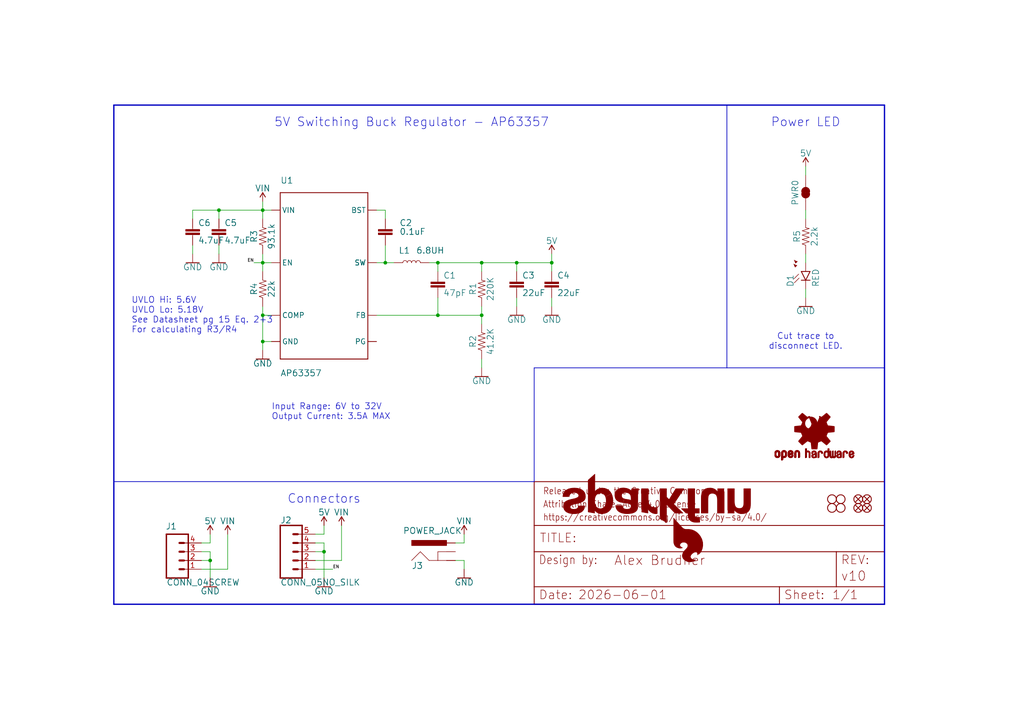
<source format=kicad_sch>
(kicad_sch (version 20250114) (generator "eeschema") (generator_version "9.0")
  (paper "A4")
  (lib_symbols
    (symbol "SparkFun_Buck_Regulator_AP63357DV-7_Buck5V-eagle-import:0.1UF-0402T-16V-10%"
      (property "Reference" "C" (at 1.524 2.921 0))
      (symbol "0.1UF-0402T-16V-10%_1_0"
        (pin passive line (at 0 5.08 270) (length 2.54) (name "1") (number "1"))
        (pin passive line (at 0 -2.54 90) (length 2.54) (name "2") (number "2"))
      )
    )
    (symbol "SparkFun_Buck_Regulator_AP63357DV-7_Buck5V-eagle-import:2.2KOHM-0402T-1/16W-1%"
      (property "Reference" "R" (at 0 1.524 0))
      (symbol "2.2KOHM-0402T-1/16W-1%_1_0"
        (pin passive line (at -5.08 0 0) (length 2.54) (name "1") (number "1"))
        (pin passive line (at 5.08 0 180) (length 2.54) (name "2") (number "2"))
      )
    )
    (symbol "SparkFun_Buck_Regulator_AP63357DV-7_Buck5V-eagle-import:220KOHM-0402T-1/16W-1%"
      (property "Reference" "R" (at 0 1.524 0))
      (symbol "220KOHM-0402T-1/16W-1%_1_0"
        (pin passive line (at -5.08 0 0) (length 2.54) (name "1") (number "1"))
        (pin passive line (at 5.08 0 180) (length 2.54) (name "2") (number "2"))
      )
    )
    (symbol "SparkFun_Buck_Regulator_AP63357DV-7_Buck5V-eagle-import:22KOHM-0402_TIGHT-1/10W-1%"
      (property "Reference" "R" (at 0 1.524 0))
      (symbol "22KOHM-0402_TIGHT-1/10W-1%_1_0"
        (pin passive line (at -5.08 0 0) (length 2.54) (name "1") (number "1"))
        (pin passive line (at 5.08 0 180) (length 2.54) (name "2") (number "2"))
      )
    )
    (symbol "SparkFun_Buck_Regulator_AP63357DV-7_Buck5V-eagle-import:22UF-0805-16V-20%"
      (property "Reference" "C" (at 1.524 2.921 0))
      (symbol "22UF-0805-16V-20%_1_0"
        (pin passive line (at 0 5.08 270) (length 2.54) (name "1") (number "1"))
        (pin passive line (at 0 -2.54 90) (length 2.54) (name "2") (number "2"))
      )
    )
    (symbol "SparkFun_Buck_Regulator_AP63357DV-7_Buck5V-eagle-import:4.7UF-0805-50V-(10%)"
      (property "Reference" "C" (at 1.524 2.921 0))
      (symbol "4.7UF-0805-50V-(10%)_1_0"
        (pin passive line (at 0 5.08 270) (length 2.54) (name "1") (number "1"))
        (pin passive line (at 0 -2.54 90) (length 2.54) (name "2") (number "2"))
      )
    )
    (symbol "SparkFun_Buck_Regulator_AP63357DV-7_Buck5V-eagle-import:41.2KOHM-0402-1/16W-1%(41.2KOHM)"
      (property "Reference" "R" (at 0 1.524 0))
      (symbol "41.2KOHM-0402-1/16W-1%(41.2KOHM)_1_0"
        (pin passive line (at -5.08 0 0) (length 2.54) (name "1") (number "1"))
        (pin passive line (at 5.08 0 180) (length 2.54) (name "2") (number "2"))
      )
    )
    (symbol "SparkFun_Buck_Regulator_AP63357DV-7_Buck5V-eagle-import:47PF-0402_TIGHT-25V-5%-X7R"
      (property "Reference" "C" (at 1.524 2.921 0))
      (symbol "47PF-0402_TIGHT-25V-5%-X7R_1_0"
        (pin passive line (at 0 5.08 270) (length 2.54) (name "1") (number "1"))
        (pin passive line (at 0 -2.54 90) (length 2.54) (name "2") (number "2"))
      )
    )
    (symbol "SparkFun_Buck_Regulator_AP63357DV-7_Buck5V-eagle-import:5V" (power)
      (symbol "5V_1_0"
        (pin power_in line (at 0 0 90) (length 2.54) (name "5V") (number "1"))
      )
    )
    (symbol "SparkFun_Buck_Regulator_AP63357DV-7_Buck5V-eagle-import:6.8UH"
      (property "Reference" "L" (at 1.27 2.54 0))
      (symbol "6.8UH_1_0"
        (pin passive line (at 0 5.08 270) (length 2.54) (name "1") (number "P$1"))
        (pin passive line (at 0 -5.08 90) (length 2.54) (name "2") (number "P$2"))
      )
    )
    (symbol "SparkFun_Buck_Regulator_AP63357DV-7_Buck5V-eagle-import:93.1KOHM-0402-1/16W-1%(93.1KOHM)"
      (property "Reference" "R" (at 0 1.524 0))
      (symbol "93.1KOHM-0402-1/16W-1%(93.1KOHM)_1_0"
        (pin passive line (at -5.08 0 0) (length 2.54) (name "1") (number "1"))
        (pin passive line (at 5.08 0 180) (length 2.54) (name "2") (number "2"))
      )
    )
    (symbol "SparkFun_Buck_Regulator_AP63357DV-7_Buck5V-eagle-import:AP63357"
      (property "Reference" "U" (at -12.7 25.4 0))
      (symbol "AP63357_1_0"
        (pin power_in line (at -15.24 17.78 0) (length 2.54) (name "VIN") (number "P$1"))
        (pin bidirectional line (at -15.24 2.54 0) (length 2.54) (name "EN") (number "P$2"))
        (pin bidirectional line (at -15.24 -12.7 0) (length 2.54) (name "COMP") (number "P$4"))
        (pin power_in line (at -15.24 -20.32 0) (length 2.54) (name "GND") (number "P$8"))
        (pin bidirectional line (at 15.24 17.78 180) (length 2.54) (name "BST") (number "P$6"))
        (pin power_in line (at 15.24 2.54 180) (length 2.54) (name "SW") (number "P$7"))
        (pin power_in line (at 15.24 2.54 180) (length 2.54) (name "SW") (number "P$9"))
        (pin input line (at 15.24 -12.7 180) (length 2.54) (name "FB") (number "P$3"))
        (pin output line (at 15.24 -20.32 180) (length 2.54) (name "PG") (number "P$5"))
      )
    )
    (symbol "SparkFun_Buck_Regulator_AP63357DV-7_Buck5V-eagle-import:CONN_04SCREW"
      (property "Reference" "J" (at -5.08 8.128 0))
      (symbol "CONN_04SCREW_1_0"
        (pin passive line (at 5.08 5.08 180) (length 5.08) (name "4") (number "4"))
        (pin passive line (at 5.08 2.54 180) (length 5.08) (name "3") (number "3"))
        (pin passive line (at 5.08 0 180) (length 5.08) (name "2") (number "2"))
        (pin passive line (at 5.08 -2.54 180) (length 5.08) (name "1") (number "1"))
      )
    )
    (symbol "SparkFun_Buck_Regulator_AP63357DV-7_Buck5V-eagle-import:CONN_05NO_SILK"
      (property "Reference" "J" (at -2.54 8.128 0))
      (symbol "CONN_05NO_SILK_1_0"
        (pin passive line (at 7.62 5.08 180) (length 5.08) (name "5") (number "5"))
        (pin passive line (at 7.62 2.54 180) (length 5.08) (name "4") (number "4"))
        (pin passive line (at 7.62 0 180) (length 5.08) (name "3") (number "3"))
        (pin passive line (at 7.62 -2.54 180) (length 5.08) (name "2") (number "2"))
        (pin passive line (at 7.62 -5.08 180) (length 5.08) (name "1") (number "1"))
      )
    )
    (symbol "SparkFun_Buck_Regulator_AP63357DV-7_Buck5V-eagle-import:FIDUCIALUFIDUCIAL")
    (symbol "SparkFun_Buck_Regulator_AP63357DV-7_Buck5V-eagle-import:FRAME-LEDGER"
      (symbol "FRAME-LEDGER_2_0"
        (text "Design by:" (at 1.27 11.43 0) (effects (font (size 2.54 2.159)) (justify left bottom)))
        (text "Date:" (at 1.27 1.27 0) (effects (font (size 2.54 2.54)) (justify left bottom)))
        (text "TITLE:" (at 1.524 17.78 0) (effects (font (size 2.54 2.54)) (justify left bottom)))
        (text "Released under the Creative Commons" (at 2.54 31.75 0) (effects (font (size 1.9304 1.6408)) (justify left bottom)))
        (text "Attribution Share-Alike 4.0 License" (at 2.54 27.94 0) (effects (font (size 1.9304 1.6408)) (justify left bottom)))
        (text "https://creativecommons.org/licenses/by-sa/4.0/" (at 2.54 24.13 0) (effects (font (size 1.9304 1.6408)) (justify left bottom)))
        (text "${CURRENT_DATE}" (at 12.7 1.27 0) (effects (font (size 2.54 2.54)) (justify left bottom)))
        (text "${PROJECTNAME}" (at 15.494 17.78 0) (effects (font (size 2.7432 2.7432)) (justify left bottom)))
        (text "${DESIGNER}" (at 23.114 11.176 0) (effects (font (size 2.7432 2.7432)) (justify left bottom)))
        (text "Sheet:" (at 72.39 1.27 0) (effects (font (size 2.54 2.54)) (justify left bottom)))
        (text "${#}/${##}" (at 86.36 1.27 0) (effects (font (size 2.54 2.54)) (justify left bottom)))
        (text "REV:" (at 88.9 11.43 0) (effects (font (size 2.54 2.54)) (justify left bottom)))
        (text "${REV}" (at 88.9 6.604 0) (effects (font (size 2.7432 2.7432)) (justify left bottom)))
      )
    )
    (symbol "SparkFun_Buck_Regulator_AP63357DV-7_Buck5V-eagle-import:GND" (power)
      (symbol "GND_1_0"
        (pin power_in line (at 0 2.54 270) (length 2.54) (name "GND") (number "1"))
      )
    )
    (symbol "SparkFun_Buck_Regulator_AP63357DV-7_Buck5V-eagle-import:JUMPER-SMT_2_NC_TRACE_SILK"
      (property "Reference" "JP" (at 0 3.048 0))
      (symbol "JUMPER-SMT_2_NC_TRACE_SILK_1_0"
        (pin passive line (at -5.08 0 0) (length 2.54) (name "1") (number "1"))
        (pin passive line (at 5.08 0 180) (length 2.54) (name "2") (number "2"))
      )
    )
    (symbol "SparkFun_Buck_Regulator_AP63357DV-7_Buck5V-eagle-import:LED-RED0603"
      (property "Reference" "D" (at -3.429 -4.572 90))
      (symbol "LED-RED0603_1_0"
        (pin passive line (at 0 2.54 270) (length 2.54) (name "A") (number "A"))
        (pin passive line (at 0 -5.08 90) (length 2.54) (name "C") (number "C"))
      )
    )
    (symbol "SparkFun_Buck_Regulator_AP63357DV-7_Buck5V-eagle-import:OSHW-LOGOMINI")
    (symbol "SparkFun_Buck_Regulator_AP63357DV-7_Buck5V-eagle-import:POWER_JACKPOWER_JACK_SLOT_NO_SILK_OVRHNG"
      (symbol "POWER_JACKPOWER_JACK_SLOT_NO_SILK_OVRHNG_1_0"
        (pin bidirectional line (at 2.54 7.62 180) (length 2.54) (name "PWR") (number "PWR"))
        (pin bidirectional line (at 2.54 5.08 180) (length 2.54) (name "GNDBREAK") (number "GNDBREAK"))
        (pin bidirectional line (at 2.54 2.54 180) (length 2.54) (name "GND") (number "GND"))
      )
    )
    (symbol "SparkFun_Buck_Regulator_AP63357DV-7_Buck5V-eagle-import:SFE_LOGO_NAME_FLAME.1_INCH")
    (symbol "SparkFun_Buck_Regulator_AP63357DV-7_Buck5V-eagle-import:STAND-OFF")
    (symbol "SparkFun_Buck_Regulator_AP63357DV-7_Buck5V-eagle-import:VIN" (power)
      (symbol "VIN_1_0"
        (pin power_in line (at 0 0 90) (length 2.54) (name "VIN") (number "1"))
      )
    )
  )
  (text "Cut trace to\ndisconnect LED." (at 233.68 99.06 0) (effects (font (size 1.778 1.778))))
  (text "Power LED" (at 233.68 35.56 0) (effects (font (size 2.54 2.54))))
  (text "5V Switching Buck Regulator - AP63357" (at 119.38 35.56 0) (effects (font (size 2.54 2.54))))
  (text "Input Range: 6V to 32V\nOutput Current: 3.5A MAX" (at 78.74 121.92 0) (effects (font (size 1.778 1.778)) (justify left bottom)))
  (text "UVLO Hi: 5.6V\nUVLO Lo: 5.18V\nSee Datasheet pg 15 Eq. 2+3\nFor calculating R3/R4" (at 38.1 91.44 0) (effects (font (size 1.778 1.778)) (justify left)))
  (text "Connectors" (at 93.98 144.78 0) (effects (font (size 2.54 2.54))))
  (junction (at 76.2 91.44))
  (junction (at 111.76 76.2))
  (junction (at 160.02 76.2))
  (junction (at 127 91.44))
  (junction (at 93.98 160.02))
  (junction (at 76.2 60.96))
  (junction (at 76.2 76.2))
  (junction (at 149.86 76.2))
  (junction (at 76.2 99.06))
  (junction (at 63.5 60.96))
  (junction (at 127 76.2))
  (junction (at 139.7 91.44))
  (junction (at 139.7 76.2))
  (junction (at 60.96 162.56))
  (wire (pts (xy 99.06 162.56) (xy 91.44 162.56)) (stroke (width 0.1524)))
  (wire (pts (xy 139.7 91.44) (xy 139.7 88.9)) (stroke (width 0.1524)))
  (wire (pts (xy 78.74 99.06) (xy 76.2 99.06)) (stroke (width 0.1524)))
  (wire (pts (xy 91.44 154.94) (xy 93.98 154.94)) (stroke (width 0.1524)))
  (wire (pts (xy 114.3 76.2) (xy 111.76 76.2)) (stroke (width 0.1524)))
  (wire (pts (xy 127 86.36) (xy 127 91.44)) (stroke (width 0.1524)))
  (wire (pts (xy 134.62 154.94) (xy 134.62 157.48)) (stroke (width 0.1524)))
  (wire (pts (xy 233.68 76.2) (xy 233.68 73.66)) (stroke (width 0.1524)))
  (wire (pts (xy 233.68 63.5) (xy 233.68 60.96)) (stroke (width 0.1524)))
  (wire (pts (xy 111.76 60.96) (xy 109.22 60.96)) (stroke (width 0.1524)))
  (wire (pts (xy 139.7 76.2) (xy 127 76.2)) (stroke (width 0.1524)))
  (wire (pts (xy 93.98 167.64) (xy 93.98 160.02)) (stroke (width 0.1524)))
  (polyline (pts (xy 210.82 106.68) (xy 256.54 106.68)) (stroke (width 0.2032) (type solid)))
  (wire (pts (xy 76.2 99.06) (xy 76.2 101.6)) (stroke (width 0.1524)))
  (wire (pts (xy 55.88 63.5) (xy 55.88 60.96)) (stroke (width 0.1524)))
  (wire (pts (xy 60.96 167.64) (xy 60.96 162.56)) (stroke (width 0.1524)))
  (polyline (pts (xy 256.54 175.26) (xy 256.54 30.48)) (stroke (width 0.381) (type solid)))
  (wire (pts (xy 149.86 76.2) (xy 139.7 76.2)) (stroke (width 0.1524)))
  (wire (pts (xy 124.46 76.2) (xy 127 76.2)) (stroke (width 0.1524)))
  (wire (pts (xy 160.02 76.2) (xy 149.86 76.2)) (stroke (width 0.1524)))
  (wire (pts (xy 233.68 50.8) (xy 233.68 48.26)) (stroke (width 0.1524)))
  (wire (pts (xy 58.42 162.56) (xy 60.96 162.56)) (stroke (width 0.1524)))
  (polyline (pts (xy 33.02 30.48) (xy 33.02 175.26)) (stroke (width 0.381) (type solid)))
  (wire (pts (xy 63.5 60.96) (xy 76.2 60.96)) (stroke (width 0.1524)))
  (wire (pts (xy 58.42 157.48) (xy 60.96 157.48)) (stroke (width 0.1524)))
  (wire (pts (xy 91.44 160.02) (xy 93.98 160.02)) (stroke (width 0.1524)))
  (wire (pts (xy 109.22 91.44) (xy 127 91.44)) (stroke (width 0.1524)))
  (wire (pts (xy 66.04 165.1) (xy 58.42 165.1)) (stroke (width 0.1524)))
  (polyline (pts (xy 33.02 175.26) (xy 256.54 175.26)) (stroke (width 0.381) (type solid)))
  (wire (pts (xy 93.98 160.02) (xy 93.98 157.48)) (stroke (width 0.1524)))
  (wire (pts (xy 139.7 78.74) (xy 139.7 76.2)) (stroke (width 0.1524)))
  (wire (pts (xy 111.76 63.5) (xy 111.76 60.96)) (stroke (width 0.1524)))
  (wire (pts (xy 93.98 154.94) (xy 93.98 152.4)) (stroke (width 0.1524)))
  (wire (pts (xy 139.7 93.98) (xy 139.7 91.44)) (stroke (width 0.1524)))
  (polyline (pts (xy 154.94 139.7) (xy 154.94 106.68)) (stroke (width 0.2032) (type solid)))
  (polyline (pts (xy 154.94 106.68) (xy 210.82 106.68)) (stroke (width 0.2032) (type solid)))
  (wire (pts (xy 93.98 157.48) (xy 91.44 157.48)) (stroke (width 0.1524)))
  (wire (pts (xy 91.44 165.1) (xy 96.52 165.1)) (stroke (width 0.1524)))
  (wire (pts (xy 111.76 71.12) (xy 111.76 76.2)) (stroke (width 0.1524)))
  (wire (pts (xy 139.7 104.14) (xy 139.7 106.68)) (stroke (width 0.1524)))
  (wire (pts (xy 76.2 63.5) (xy 76.2 60.96)) (stroke (width 0.1524)))
  (wire (pts (xy 149.86 86.36) (xy 149.86 88.9)) (stroke (width 0.1524)))
  (wire (pts (xy 149.86 78.74) (xy 149.86 76.2)) (stroke (width 0.1524)))
  (wire (pts (xy 55.88 71.12) (xy 55.88 73.66)) (stroke (width 0.1524)))
  (polyline (pts (xy 154.94 139.7) (xy 33.02 139.7)) (stroke (width 0.2032) (type solid)))
  (wire (pts (xy 76.2 88.9) (xy 76.2 91.44)) (stroke (width 0.1524)))
  (wire (pts (xy 160.02 86.36) (xy 160.02 88.9)) (stroke (width 0.1524)))
  (wire (pts (xy 76.2 91.44) (xy 76.2 99.06)) (stroke (width 0.1524)))
  (wire (pts (xy 63.5 63.5) (xy 63.5 60.96)) (stroke (width 0.1524)))
  (wire (pts (xy 60.96 160.02) (xy 58.42 160.02)) (stroke (width 0.1524)))
  (wire (pts (xy 127 91.44) (xy 139.7 91.44)) (stroke (width 0.1524)))
  (wire (pts (xy 66.04 154.94) (xy 66.04 165.1)) (stroke (width 0.1524)))
  (wire (pts (xy 60.96 162.56) (xy 60.96 160.02)) (stroke (width 0.1524)))
  (wire (pts (xy 78.74 76.2) (xy 76.2 76.2)) (stroke (width 0.1524)))
  (wire (pts (xy 134.62 157.48) (xy 132.08 157.48)) (stroke (width 0.1524)))
  (wire (pts (xy 111.76 76.2) (xy 109.22 76.2)) (stroke (width 0.1524)))
  (wire (pts (xy 132.08 162.56) (xy 134.62 162.56)) (stroke (width 0.1524)))
  (wire (pts (xy 127 76.2) (xy 127 78.74)) (stroke (width 0.1524)))
  (wire (pts (xy 99.06 152.4) (xy 99.06 162.56)) (stroke (width 0.1524)))
  (wire (pts (xy 233.68 83.82) (xy 233.68 86.36)) (stroke (width 0.1524)))
  (wire (pts (xy 73.66 76.2) (xy 76.2 76.2)) (stroke (width 0.1524)))
  (wire (pts (xy 60.96 157.48) (xy 60.96 154.94)) (stroke (width 0.1524)))
  (wire (pts (xy 78.74 91.44) (xy 76.2 91.44)) (stroke (width 0.1524)))
  (wire (pts (xy 134.62 162.56) (xy 134.62 165.1)) (stroke (width 0.1524)))
  (wire (pts (xy 76.2 60.96) (xy 78.74 60.96)) (stroke (width 0.1524)))
  (polyline (pts (xy 210.82 30.48) (xy 210.82 106.68)) (stroke (width 0.2032) (type solid)))
  (wire (pts (xy 76.2 58.42) (xy 76.2 60.96)) (stroke (width 0.1524)))
  (wire (pts (xy 55.88 60.96) (xy 63.5 60.96)) (stroke (width 0.1524)))
  (wire (pts (xy 76.2 78.74) (xy 76.2 76.2)) (stroke (width 0.1524)))
  (polyline (pts (xy 256.54 30.48) (xy 33.02 30.48)) (stroke (width 0.381) (type solid)))
  (wire (pts (xy 160.02 76.2) (xy 160.02 73.66)) (stroke (width 0.1524)))
  (wire (pts (xy 63.5 71.12) (xy 63.5 73.66)) (stroke (width 0.1524)))
  (wire (pts (xy 160.02 78.74) (xy 160.02 76.2)) (stroke (width 0.1524)))
  (wire (pts (xy 76.2 76.2) (xy 76.2 73.66)) (stroke (width 0.1524)))
  (label "EN" (at 73.66 76.2 180) (effects (font (size 0.889 0.889))))
  (label "EN" (at 96.52 165.1 0) (effects (font (size 0.889 0.889))))
  (symbol (lib_id "SparkFun_Buck_Regulator_AP63357DV-7_Buck5V-eagle-import:GND") (at 139.7 109.22 0) (unit 1)
    (property "Reference" "#GND2" (effects (hide yes)))
    (property "Value" "GND" (at 139.7 109.474 0) (effects (font (size 1.778 1.778)) (justify top)))
  )
  (symbol (lib_id "SparkFun_Buck_Regulator_AP63357DV-7_Buck5V-eagle-import:POWER_JACKPOWER_JACK_SLOT_NO_SILK_OVRHNG") (at 129.54 165.1 0) (unit 1)
    (property "Reference" "J3" (at 119.38 165.1 0) (effects (font (size 1.778 1.778)) (justify left bottom)))
    (property "Value" "POWER_JACK" (at 116.84 154.94 0) (effects (font (size 1.778 1.778)) (justify left bottom)))
    (property "Footprint" "SparkFun_Buck_Regulator_AP63357DV-7_Buck5V:POWER_JACK_PTH_SLOT_NO_OVRHNG_SILK" (effects (hide yes)))
  )
  (symbol (lib_id "SparkFun_Buck_Regulator_AP63357DV-7_Buck5V-eagle-import:GND") (at 149.86 91.44 0) (unit 1)
    (property "Reference" "#GND4" (effects (hide yes)))
    (property "Value" "GND" (at 149.86 91.694 0) (effects (font (size 1.778 1.778)) (justify top)))
  )
  (symbol (lib_id "SparkFun_Buck_Regulator_AP63357DV-7_Buck5V-eagle-import:STAND-OFF") (at 241.3 147.32 0) (unit 1)
    (property "Reference" "H3" (effects (hide yes)))
    (property "Value" "STAND-OFF" (effects (hide yes)))
    (property "Footprint" "SparkFun_Buck_Regulator_AP63357DV-7_Buck5V:STAND-OFF" (effects (hide yes)))
  )
  (symbol (lib_id "SparkFun_Buck_Regulator_AP63357DV-7_Buck5V-eagle-import:GND") (at 76.2 104.14 0) (unit 1)
    (property "Reference" "#GND1" (effects (hide yes)))
    (property "Value" "GND" (at 76.2 104.394 0) (effects (font (size 1.778 1.778)) (justify top)))
  )
  (symbol (lib_id "SparkFun_Buck_Regulator_AP63357DV-7_Buck5V-eagle-import:GND") (at 93.98 170.18 0) (unit 1)
    (property "Reference" "#GND7" (effects (hide yes)))
    (property "Value" "GND" (at 93.98 170.434 0) (effects (font (size 1.778 1.778)) (justify top)))
  )
  (symbol (lib_id "SparkFun_Buck_Regulator_AP63357DV-7_Buck5V-eagle-import:47PF-0402_TIGHT-25V-5%-X7R") (at 127 83.82 0) (unit 1)
    (property "Reference" "C1" (at 128.524 80.899 0) (effects (font (size 1.778 1.778)) (justify left bottom)))
    (property "Value" "47pF" (at 128.524 85.979 0) (effects (font (size 1.778 1.778)) (justify left bottom)))
    (property "Footprint" "SparkFun_Buck_Regulator_AP63357DV-7_Buck5V:0402-TIGHT" (effects (hide yes)))
  )
  (symbol (lib_id "SparkFun_Buck_Regulator_AP63357DV-7_Buck5V-eagle-import:JUMPER-SMT_2_NC_TRACE_SILK") (at 233.68 55.88 90) (unit 1)
    (property "Reference" "PWR0" (at 230.632 55.88 0) (effects (font (size 1.778 1.778))))
    (property "Value" "JUMPER-SMT_2_NC_TRACE_SILK" (effects (hide yes)))
    (property "Footprint" "SparkFun_Buck_Regulator_AP63357DV-7_Buck5V:SMT-JUMPER_2_NC_TRACE_SILK" (effects (hide yes)))
  )
  (symbol (lib_id "SparkFun_Buck_Regulator_AP63357DV-7_Buck5V-eagle-import:VIN") (at 66.04 154.94 0) (unit 1)
    (property "Reference" "#SUPPLY3" (effects (hide yes)))
    (property "Value" "VIN" (at 66.04 152.146 0) (effects (font (size 1.778 1.778)) (justify bottom)))
  )
  (symbol (lib_id "SparkFun_Buck_Regulator_AP63357DV-7_Buck5V-eagle-import:FIDUCIALUFIDUCIAL") (at 248.92 144.78 0) (unit 1)
    (property "Reference" "FD2" (effects (hide yes)))
    (property "Value" "FIDUCIALUFIDUCIAL" (effects (hide yes)))
    (property "Footprint" "SparkFun_Buck_Regulator_AP63357DV-7_Buck5V:FIDUCIAL-MICRO" (effects (hide yes)))
  )
  (symbol (lib_id "SparkFun_Buck_Regulator_AP63357DV-7_Buck5V-eagle-import:4.7UF-0805-50V-(10%)") (at 55.88 68.58 0) (unit 1)
    (property "Reference" "C6" (at 57.404 65.659 0) (effects (font (size 1.778 1.778)) (justify left bottom)))
    (property "Value" "4.7uF" (at 57.404 70.739 0) (effects (font (size 1.778 1.778)) (justify left bottom)))
    (property "Footprint" "SparkFun_Buck_Regulator_AP63357DV-7_Buck5V:0805" (effects (hide yes)))
  )
  (symbol (lib_id "SparkFun_Buck_Regulator_AP63357DV-7_Buck5V-eagle-import:VIN") (at 134.62 154.94 0) (unit 1)
    (property "Reference" "#SUPPLY7" (effects (hide yes)))
    (property "Value" "VIN" (at 134.62 152.146 0) (effects (font (size 1.778 1.778)) (justify bottom)))
  )
  (symbol (lib_id "SparkFun_Buck_Regulator_AP63357DV-7_Buck5V-eagle-import:FIDUCIALUFIDUCIAL") (at 251.46 144.78 0) (unit 1)
    (property "Reference" "FD1" (effects (hide yes)))
    (property "Value" "FIDUCIALUFIDUCIAL" (effects (hide yes)))
    (property "Footprint" "SparkFun_Buck_Regulator_AP63357DV-7_Buck5V:FIDUCIAL-MICRO" (effects (hide yes)))
  )
  (symbol (lib_id "SparkFun_Buck_Regulator_AP63357DV-7_Buck5V-eagle-import:STAND-OFF") (at 241.3 144.78 0) (unit 1)
    (property "Reference" "H2" (effects (hide yes)))
    (property "Value" "STAND-OFF" (effects (hide yes)))
    (property "Footprint" "SparkFun_Buck_Regulator_AP63357DV-7_Buck5V:STAND-OFF" (effects (hide yes)))
  )
  (symbol (lib_id "SparkFun_Buck_Regulator_AP63357DV-7_Buck5V-eagle-import:GND") (at 63.5 76.2 0) (unit 1)
    (property "Reference" "#GND5" (effects (hide yes)))
    (property "Value" "GND" (at 63.5 76.454 0) (effects (font (size 1.778 1.778)) (justify top)))
  )
  (symbol (lib_id "SparkFun_Buck_Regulator_AP63357DV-7_Buck5V-eagle-import:CONN_05NO_SILK") (at 83.82 160.02 0) (unit 1)
    (property "Reference" "J2" (at 81.28 151.892 0) (effects (font (size 1.778 1.778)) (justify left bottom)))
    (property "Value" "CONN_05NO_SILK" (at 81.28 169.926 0) (effects (font (size 1.778 1.778)) (justify left bottom)))
    (property "Footprint" "SparkFun_Buck_Regulator_AP63357DV-7_Buck5V:1X05_NO_SILK" (effects (hide yes)))
  )
  (symbol (lib_id "SparkFun_Buck_Regulator_AP63357DV-7_Buck5V-eagle-import:6.8UH") (at 119.38 76.2 90) (unit 1)
    (property "Reference" "L1" (at 115.57 73.66 90) (effects (font (size 1.778 1.778)) (justify right top)))
    (property "Value" "6.8UH" (at 120.65 73.66 90) (effects (font (size 1.778 1.778)) (justify right top)))
    (property "Footprint" "SparkFun_Buck_Regulator_AP63357DV-7_Buck5V:07A7_6U8H" (effects (hide yes)))
  )
  (symbol (lib_id "SparkFun_Buck_Regulator_AP63357DV-7_Buck5V-eagle-import:STAND-OFF") (at 243.84 147.32 0) (unit 1)
    (property "Reference" "H4" (effects (hide yes)))
    (property "Value" "STAND-OFF" (effects (hide yes)))
    (property "Footprint" "SparkFun_Buck_Regulator_AP63357DV-7_Buck5V:STAND-OFF" (effects (hide yes)))
  )
  (symbol (lib_id "SparkFun_Buck_Regulator_AP63357DV-7_Buck5V-eagle-import:GND") (at 160.02 91.44 0) (unit 1)
    (property "Reference" "#GND3" (effects (hide yes)))
    (property "Value" "GND" (at 160.02 91.694 0) (effects (font (size 1.778 1.778)) (justify top)))
  )
  (symbol (lib_id "SparkFun_Buck_Regulator_AP63357DV-7_Buck5V-eagle-import:FIDUCIALUFIDUCIAL") (at 248.92 147.32 0) (unit 1)
    (property "Reference" "FD3" (effects (hide yes)))
    (property "Value" "FIDUCIALUFIDUCIAL" (effects (hide yes)))
    (property "Footprint" "SparkFun_Buck_Regulator_AP63357DV-7_Buck5V:FIDUCIAL-MICRO" (effects (hide yes)))
  )
  (symbol (lib_id "SparkFun_Buck_Regulator_AP63357DV-7_Buck5V-eagle-import:2.2KOHM-0402T-1/16W-1%") (at 233.68 68.58 90) (unit 1)
    (property "Reference" "R5" (at 232.156 68.58 0) (effects (font (size 1.778 1.778)) (justify bottom)))
    (property "Value" "2.2k" (at 235.204 68.58 0) (effects (font (size 1.778 1.778)) (justify top)))
    (property "Footprint" "SparkFun_Buck_Regulator_AP63357DV-7_Buck5V:0402-TIGHT" (effects (hide yes)))
  )
  (symbol (lib_id "SparkFun_Buck_Regulator_AP63357DV-7_Buck5V-eagle-import:5V") (at 160.02 73.66 0) (unit 1)
    (property "Reference" "#SUPPLY2" (effects (hide yes)))
    (property "Value" "5V" (at 160.02 70.866 0) (effects (font (size 1.778 1.778)) (justify bottom)))
  )
  (symbol (lib_id "SparkFun_Buck_Regulator_AP63357DV-7_Buck5V-eagle-import:CONN_04SCREW") (at 53.34 162.56 0) (unit 1)
    (property "Reference" "J1" (at 48.006 153.67 0) (effects (font (size 1.778 1.778)) (justify left bottom)))
    (property "Value" "CONN_04SCREW" (at 48.26 169.926 0) (effects (font (size 1.778 1.778)) (justify left bottom)))
    (property "Footprint" "SparkFun_Buck_Regulator_AP63357DV-7_Buck5V:SCREWTERMINAL-3.5MM-4" (effects (hide yes)))
  )
  (symbol (lib_id "SparkFun_Buck_Regulator_AP63357DV-7_Buck5V-eagle-import:41.2KOHM-0402-1/16W-1%(41.2KOHM)") (at 139.7 99.06 90) (unit 1)
    (property "Reference" "R2" (at 138.176 99.06 0) (effects (font (size 1.778 1.778)) (justify bottom)))
    (property "Value" "41.2K" (at 141.224 99.06 0) (effects (font (size 1.778 1.778)) (justify top)))
    (property "Footprint" "SparkFun_Buck_Regulator_AP63357DV-7_Buck5V:0402-TIGHT" (effects (hide yes)))
  )
  (symbol (lib_id "SparkFun_Buck_Regulator_AP63357DV-7_Buck5V-eagle-import:GND") (at 134.62 167.64 0) (unit 1)
    (property "Reference" "#GND8" (effects (hide yes)))
    (property "Value" "GND" (at 134.62 167.894 0) (effects (font (size 1.778 1.778)) (justify top)))
  )
  (symbol (lib_id "SparkFun_Buck_Regulator_AP63357DV-7_Buck5V-eagle-import:SFE_LOGO_NAME_FLAME.1_INCH") (at 162.56 137.16 0) (unit 1)
    (property "Reference" "LOGO2" (effects (hide yes)))
    (property "Value" "SFE_LOGO_NAME_FLAME.1_INCH" (effects (hide yes)))
    (property "Footprint" "SparkFun_Buck_Regulator_AP63357DV-7_Buck5V:SFE_LOGO_NAME_FLAME_.1" (effects (hide yes)))
  )
  (symbol (lib_id "SparkFun_Buck_Regulator_AP63357DV-7_Buck5V-eagle-import:GND") (at 55.88 76.2 0) (unit 1)
    (property "Reference" "#GND10" (effects (hide yes)))
    (property "Value" "GND" (at 55.88 76.454 0) (effects (font (size 1.778 1.778)) (justify top)))
  )
  (symbol (lib_id "SparkFun_Buck_Regulator_AP63357DV-7_Buck5V-eagle-import:22KOHM-0402_TIGHT-1/10W-1%") (at 76.2 83.82 90) (unit 1)
    (property "Reference" "R4" (at 74.676 83.82 0) (effects (font (size 1.778 1.778)) (justify bottom)))
    (property "Value" "22k" (at 77.724 83.82 0) (effects (font (size 1.778 1.778)) (justify top)))
    (property "Footprint" "SparkFun_Buck_Regulator_AP63357DV-7_Buck5V:0402-TIGHT" (effects (hide yes)))
  )
  (symbol (lib_id "SparkFun_Buck_Regulator_AP63357DV-7_Buck5V-eagle-import:GND") (at 60.96 170.18 0) (unit 1)
    (property "Reference" "#GND6" (effects (hide yes)))
    (property "Value" "GND" (at 60.96 170.434 0) (effects (font (size 1.778 1.778)) (justify top)))
  )
  (symbol (lib_id "SparkFun_Buck_Regulator_AP63357DV-7_Buck5V-eagle-import:5V") (at 93.98 152.4 0) (unit 1)
    (property "Reference" "#SUPPLY6" (effects (hide yes)))
    (property "Value" "5V" (at 93.98 149.606 0) (effects (font (size 1.778 1.778)) (justify bottom)))
  )
  (symbol (lib_id "SparkFun_Buck_Regulator_AP63357DV-7_Buck5V-eagle-import:GND") (at 233.68 88.9 0) (unit 1)
    (property "Reference" "#GND9" (effects (hide yes)))
    (property "Value" "GND" (at 233.68 89.154 0) (effects (font (size 1.778 1.778)) (justify top)))
  )
  (symbol (lib_id "SparkFun_Buck_Regulator_AP63357DV-7_Buck5V-eagle-import:OSHW-LOGOMINI") (at 236.22 124.46 0) (unit 1)
    (property "Reference" "LOGO1" (effects (hide yes)))
    (property "Value" "OSHW-LOGOMINI" (effects (hide yes)))
    (property "Footprint" "SparkFun_Buck_Regulator_AP63357DV-7_Buck5V:OSHW-LOGO-MINI" (effects (hide yes)))
  )
  (symbol (lib_id "SparkFun_Buck_Regulator_AP63357DV-7_Buck5V-eagle-import:5V") (at 233.68 48.26 0) (unit 1)
    (property "Reference" "#SUPPLY8" (effects (hide yes)))
    (property "Value" "5V" (at 233.68 45.466 0) (effects (font (size 1.778 1.778)) (justify bottom)))
  )
  (symbol (lib_id "SparkFun_Buck_Regulator_AP63357DV-7_Buck5V-eagle-import:STAND-OFF") (at 243.84 144.78 0) (unit 1)
    (property "Reference" "H1" (effects (hide yes)))
    (property "Value" "STAND-OFF" (effects (hide yes)))
    (property "Footprint" "SparkFun_Buck_Regulator_AP63357DV-7_Buck5V:STAND-OFF" (effects (hide yes)))
  )
  (symbol (lib_id "SparkFun_Buck_Regulator_AP63357DV-7_Buck5V-eagle-import:FRAME-LEDGER") (at 154.94 175.26 0) (unit 2)
    (property "Reference" "FRAME1" (effects (hide yes)))
    (property "Value" "FRAME-LEDGER" (effects (hide yes)))
    (property "Footprint" "SparkFun_Buck_Regulator_AP63357DV-7_Buck5V:CREATIVE_COMMONS" (effects (hide yes)))
    (property "DESIGNER" "Alex Brudner" (effects (hide yes)))
    (property "REV" "v10" (effects (hide yes)))
  )
  (symbol (lib_id "SparkFun_Buck_Regulator_AP63357DV-7_Buck5V-eagle-import:LED-RED0603") (at 233.68 78.74 0) (unit 1)
    (property "Reference" "D1" (at 230.251 83.312 90) (effects (font (size 1.778 1.778)) (justify left bottom)))
    (property "Value" "RED" (at 235.585 83.312 90) (effects (font (size 1.778 1.778)) (justify left top)))
    (property "Footprint" "SparkFun_Buck_Regulator_AP63357DV-7_Buck5V:LED-0603" (effects (hide yes)))
  )
  (symbol (lib_id "SparkFun_Buck_Regulator_AP63357DV-7_Buck5V-eagle-import:0.1UF-0402T-16V-10%") (at 111.76 68.58 0) (unit 1)
    (property "Reference" "C2" (at 115.824 65.659 0) (effects (font (size 1.778 1.778)) (justify left bottom)))
    (property "Value" "0.1uF" (at 115.824 68.199 0) (effects (font (size 1.778 1.778)) (justify left bottom)))
    (property "Footprint" "SparkFun_Buck_Regulator_AP63357DV-7_Buck5V:0402-TIGHT" (effects (hide yes)))
  )
  (symbol (lib_id "SparkFun_Buck_Regulator_AP63357DV-7_Buck5V-eagle-import:22UF-0805-16V-20%") (at 149.86 83.82 0) (unit 1)
    (property "Reference" "C3" (at 151.384 80.899 0) (effects (font (size 1.778 1.778)) (justify left bottom)))
    (property "Value" "22uF" (at 151.384 85.979 0) (effects (font (size 1.778 1.778)) (justify left bottom)))
    (property "Footprint" "SparkFun_Buck_Regulator_AP63357DV-7_Buck5V:0805" (effects (hide yes)))
  )
  (symbol (lib_id "SparkFun_Buck_Regulator_AP63357DV-7_Buck5V-eagle-import:22UF-0805-16V-20%") (at 160.02 83.82 0) (unit 1)
    (property "Reference" "C4" (at 161.544 80.899 0) (effects (font (size 1.778 1.778)) (justify left bottom)))
    (property "Value" "22uF" (at 161.544 85.979 0) (effects (font (size 1.778 1.778)) (justify left bottom)))
    (property "Footprint" "SparkFun_Buck_Regulator_AP63357DV-7_Buck5V:0805" (effects (hide yes)))
  )
  (symbol (lib_id "SparkFun_Buck_Regulator_AP63357DV-7_Buck5V-eagle-import:93.1KOHM-0402-1/16W-1%(93.1KOHM)") (at 76.2 68.58 90) (unit 1)
    (property "Reference" "R3" (at 74.676 68.58 0) (effects (font (size 1.778 1.778)) (justify bottom)))
    (property "Value" "93.1k" (at 77.724 68.58 0) (effects (font (size 1.778 1.778)) (justify top)))
    (property "Footprint" "SparkFun_Buck_Regulator_AP63357DV-7_Buck5V:0402-TIGHT" (effects (hide yes)))
  )
  (symbol (lib_id "SparkFun_Buck_Regulator_AP63357DV-7_Buck5V-eagle-import:5V") (at 60.96 154.94 0) (unit 1)
    (property "Reference" "#SUPPLY4" (effects (hide yes)))
    (property "Value" "5V" (at 60.96 152.146 0) (effects (font (size 1.778 1.778)) (justify bottom)))
  )
  (symbol (lib_id "SparkFun_Buck_Regulator_AP63357DV-7_Buck5V-eagle-import:VIN") (at 76.2 58.42 0) (unit 1)
    (property "Reference" "#SUPPLY1" (effects (hide yes)))
    (property "Value" "VIN" (at 76.2 55.626 0) (effects (font (size 1.778 1.778)) (justify bottom)))
  )
  (symbol (lib_id "SparkFun_Buck_Regulator_AP63357DV-7_Buck5V-eagle-import:220KOHM-0402T-1/16W-1%") (at 139.7 83.82 90) (unit 1)
    (property "Reference" "R1" (at 138.176 83.82 0) (effects (font (size 1.778 1.778)) (justify bottom)))
    (property "Value" "220K" (at 141.224 83.82 0) (effects (font (size 1.778 1.778)) (justify top)))
    (property "Footprint" "SparkFun_Buck_Regulator_AP63357DV-7_Buck5V:0402-TIGHT" (effects (hide yes)))
  )
  (symbol (lib_id "SparkFun_Buck_Regulator_AP63357DV-7_Buck5V-eagle-import:VIN") (at 99.06 152.4 0) (unit 1)
    (property "Reference" "#SUPPLY5" (effects (hide yes)))
    (property "Value" "VIN" (at 99.06 149.606 0) (effects (font (size 1.778 1.778)) (justify bottom)))
  )
  (symbol (lib_id "SparkFun_Buck_Regulator_AP63357DV-7_Buck5V-eagle-import:FIDUCIALUFIDUCIAL") (at 251.46 147.32 0) (unit 1)
    (property "Reference" "FD4" (effects (hide yes)))
    (property "Value" "FIDUCIALUFIDUCIAL" (effects (hide yes)))
    (property "Footprint" "SparkFun_Buck_Regulator_AP63357DV-7_Buck5V:FIDUCIAL-MICRO" (effects (hide yes)))
  )
  (symbol (lib_id "SparkFun_Buck_Regulator_AP63357DV-7_Buck5V-eagle-import:4.7UF-0805-50V-(10%)") (at 63.5 68.58 0) (unit 1)
    (property "Reference" "C5" (at 65.024 65.659 0) (effects (font (size 1.778 1.778)) (justify left bottom)))
    (property "Value" "4.7uF" (at 65.024 70.739 0) (effects (font (size 1.778 1.778)) (justify left bottom)))
    (property "Footprint" "SparkFun_Buck_Regulator_AP63357DV-7_Buck5V:0805" (effects (hide yes)))
  )
  (symbol (lib_id "SparkFun_Buck_Regulator_AP63357DV-7_Buck5V-eagle-import:AP63357") (at 93.98 78.74 0) (unit 1)
    (property "Reference" "U1" (at 81.28 53.34 0) (effects (font (size 1.778 1.778)) (justify left bottom)))
    (property "Value" "AP63357" (at 81.28 109.22 0) (effects (font (size 1.778 1.778)) (justify left bottom)))
    (property "Footprint" "SparkFun_Buck_Regulator_AP63357DV-7_Buck5V:V-DFN3020-13" (effects (hide yes)))
  )
)
</source>
